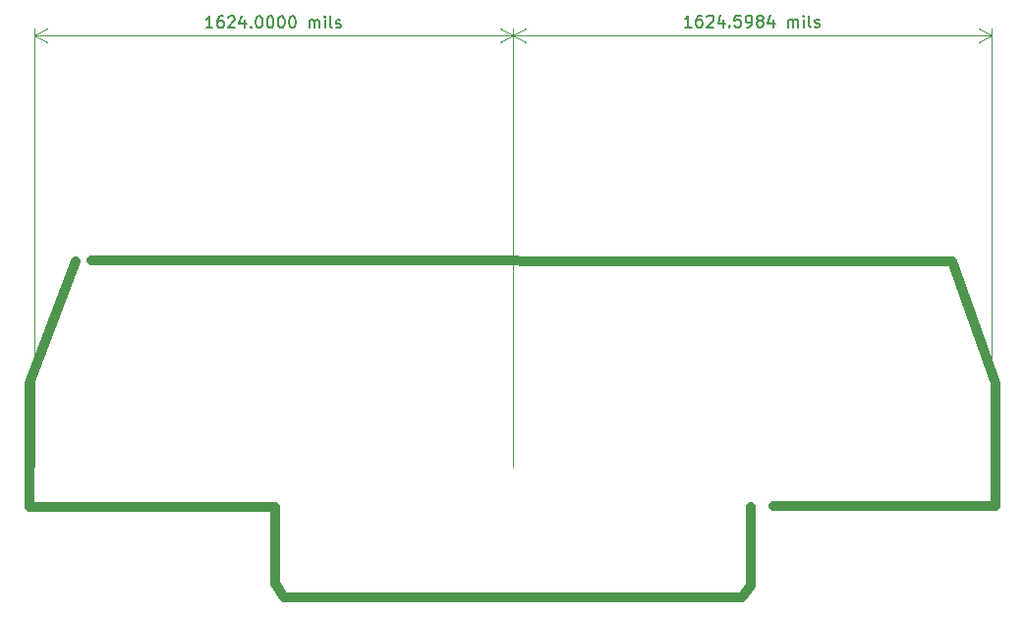
<source format=gbr>
%TF.GenerationSoftware,KiCad,Pcbnew,7.0.11-7.0.11~ubuntu22.04.1*%
%TF.CreationDate,2024-10-06T05:31:22-04:00*%
%TF.ProjectId,right_angle,72696768-745f-4616-9e67-6c652e6b6963,DEV*%
%TF.SameCoordinates,Original*%
%TF.FileFunction,Other,User*%
%FSLAX46Y46*%
G04 Gerber Fmt 4.6, Leading zero omitted, Abs format (unit mm)*
G04 Created by KiCad (PCBNEW 7.0.11-7.0.11~ubuntu22.04.1) date 2024-10-06 05:31:22*
%MOMM*%
%LPD*%
G01*
G04 APERTURE LIST*
%ADD10C,0.815975*%
%ADD11C,0.150000*%
%ADD12C,0.100000*%
G04 APERTURE END LIST*
D10*
X84836000Y-139508800D02*
X84836000Y-128917000D01*
X105994200Y-146138200D02*
X105994200Y-139508800D01*
X146278600Y-147357400D02*
X106756200Y-147357400D01*
X106756200Y-147357400D02*
X105994200Y-146138200D01*
X90170000Y-118325200D02*
X164338000Y-118350600D01*
X164338000Y-118350600D02*
X168071800Y-128891600D01*
X146989800Y-139508800D02*
X146989800Y-146341400D01*
X168071800Y-128891600D02*
X168071800Y-139458000D01*
X146989800Y-146341400D02*
X146278600Y-147357400D01*
X168071800Y-139458000D02*
X148945600Y-139458000D01*
X105994200Y-139508800D02*
X84836000Y-139508800D01*
X84836000Y-128917000D02*
X88823800Y-118350600D01*
D11*
X141896504Y-98199019D02*
X141325076Y-98199019D01*
X141610790Y-98199019D02*
X141610790Y-97199019D01*
X141610790Y-97199019D02*
X141515552Y-97341876D01*
X141515552Y-97341876D02*
X141420314Y-97437114D01*
X141420314Y-97437114D02*
X141325076Y-97484733D01*
X142753647Y-97199019D02*
X142563171Y-97199019D01*
X142563171Y-97199019D02*
X142467933Y-97246638D01*
X142467933Y-97246638D02*
X142420314Y-97294257D01*
X142420314Y-97294257D02*
X142325076Y-97437114D01*
X142325076Y-97437114D02*
X142277457Y-97627590D01*
X142277457Y-97627590D02*
X142277457Y-98008542D01*
X142277457Y-98008542D02*
X142325076Y-98103780D01*
X142325076Y-98103780D02*
X142372695Y-98151400D01*
X142372695Y-98151400D02*
X142467933Y-98199019D01*
X142467933Y-98199019D02*
X142658409Y-98199019D01*
X142658409Y-98199019D02*
X142753647Y-98151400D01*
X142753647Y-98151400D02*
X142801266Y-98103780D01*
X142801266Y-98103780D02*
X142848885Y-98008542D01*
X142848885Y-98008542D02*
X142848885Y-97770447D01*
X142848885Y-97770447D02*
X142801266Y-97675209D01*
X142801266Y-97675209D02*
X142753647Y-97627590D01*
X142753647Y-97627590D02*
X142658409Y-97579971D01*
X142658409Y-97579971D02*
X142467933Y-97579971D01*
X142467933Y-97579971D02*
X142372695Y-97627590D01*
X142372695Y-97627590D02*
X142325076Y-97675209D01*
X142325076Y-97675209D02*
X142277457Y-97770447D01*
X143229838Y-97294257D02*
X143277457Y-97246638D01*
X143277457Y-97246638D02*
X143372695Y-97199019D01*
X143372695Y-97199019D02*
X143610790Y-97199019D01*
X143610790Y-97199019D02*
X143706028Y-97246638D01*
X143706028Y-97246638D02*
X143753647Y-97294257D01*
X143753647Y-97294257D02*
X143801266Y-97389495D01*
X143801266Y-97389495D02*
X143801266Y-97484733D01*
X143801266Y-97484733D02*
X143753647Y-97627590D01*
X143753647Y-97627590D02*
X143182219Y-98199019D01*
X143182219Y-98199019D02*
X143801266Y-98199019D01*
X144658409Y-97532352D02*
X144658409Y-98199019D01*
X144420314Y-97151400D02*
X144182219Y-97865685D01*
X144182219Y-97865685D02*
X144801266Y-97865685D01*
X145182219Y-98103780D02*
X145229838Y-98151400D01*
X145229838Y-98151400D02*
X145182219Y-98199019D01*
X145182219Y-98199019D02*
X145134600Y-98151400D01*
X145134600Y-98151400D02*
X145182219Y-98103780D01*
X145182219Y-98103780D02*
X145182219Y-98199019D01*
X146134599Y-97199019D02*
X145658409Y-97199019D01*
X145658409Y-97199019D02*
X145610790Y-97675209D01*
X145610790Y-97675209D02*
X145658409Y-97627590D01*
X145658409Y-97627590D02*
X145753647Y-97579971D01*
X145753647Y-97579971D02*
X145991742Y-97579971D01*
X145991742Y-97579971D02*
X146086980Y-97627590D01*
X146086980Y-97627590D02*
X146134599Y-97675209D01*
X146134599Y-97675209D02*
X146182218Y-97770447D01*
X146182218Y-97770447D02*
X146182218Y-98008542D01*
X146182218Y-98008542D02*
X146134599Y-98103780D01*
X146134599Y-98103780D02*
X146086980Y-98151400D01*
X146086980Y-98151400D02*
X145991742Y-98199019D01*
X145991742Y-98199019D02*
X145753647Y-98199019D01*
X145753647Y-98199019D02*
X145658409Y-98151400D01*
X145658409Y-98151400D02*
X145610790Y-98103780D01*
X146658409Y-98199019D02*
X146848885Y-98199019D01*
X146848885Y-98199019D02*
X146944123Y-98151400D01*
X146944123Y-98151400D02*
X146991742Y-98103780D01*
X146991742Y-98103780D02*
X147086980Y-97960923D01*
X147086980Y-97960923D02*
X147134599Y-97770447D01*
X147134599Y-97770447D02*
X147134599Y-97389495D01*
X147134599Y-97389495D02*
X147086980Y-97294257D01*
X147086980Y-97294257D02*
X147039361Y-97246638D01*
X147039361Y-97246638D02*
X146944123Y-97199019D01*
X146944123Y-97199019D02*
X146753647Y-97199019D01*
X146753647Y-97199019D02*
X146658409Y-97246638D01*
X146658409Y-97246638D02*
X146610790Y-97294257D01*
X146610790Y-97294257D02*
X146563171Y-97389495D01*
X146563171Y-97389495D02*
X146563171Y-97627590D01*
X146563171Y-97627590D02*
X146610790Y-97722828D01*
X146610790Y-97722828D02*
X146658409Y-97770447D01*
X146658409Y-97770447D02*
X146753647Y-97818066D01*
X146753647Y-97818066D02*
X146944123Y-97818066D01*
X146944123Y-97818066D02*
X147039361Y-97770447D01*
X147039361Y-97770447D02*
X147086980Y-97722828D01*
X147086980Y-97722828D02*
X147134599Y-97627590D01*
X147706028Y-97627590D02*
X147610790Y-97579971D01*
X147610790Y-97579971D02*
X147563171Y-97532352D01*
X147563171Y-97532352D02*
X147515552Y-97437114D01*
X147515552Y-97437114D02*
X147515552Y-97389495D01*
X147515552Y-97389495D02*
X147563171Y-97294257D01*
X147563171Y-97294257D02*
X147610790Y-97246638D01*
X147610790Y-97246638D02*
X147706028Y-97199019D01*
X147706028Y-97199019D02*
X147896504Y-97199019D01*
X147896504Y-97199019D02*
X147991742Y-97246638D01*
X147991742Y-97246638D02*
X148039361Y-97294257D01*
X148039361Y-97294257D02*
X148086980Y-97389495D01*
X148086980Y-97389495D02*
X148086980Y-97437114D01*
X148086980Y-97437114D02*
X148039361Y-97532352D01*
X148039361Y-97532352D02*
X147991742Y-97579971D01*
X147991742Y-97579971D02*
X147896504Y-97627590D01*
X147896504Y-97627590D02*
X147706028Y-97627590D01*
X147706028Y-97627590D02*
X147610790Y-97675209D01*
X147610790Y-97675209D02*
X147563171Y-97722828D01*
X147563171Y-97722828D02*
X147515552Y-97818066D01*
X147515552Y-97818066D02*
X147515552Y-98008542D01*
X147515552Y-98008542D02*
X147563171Y-98103780D01*
X147563171Y-98103780D02*
X147610790Y-98151400D01*
X147610790Y-98151400D02*
X147706028Y-98199019D01*
X147706028Y-98199019D02*
X147896504Y-98199019D01*
X147896504Y-98199019D02*
X147991742Y-98151400D01*
X147991742Y-98151400D02*
X148039361Y-98103780D01*
X148039361Y-98103780D02*
X148086980Y-98008542D01*
X148086980Y-98008542D02*
X148086980Y-97818066D01*
X148086980Y-97818066D02*
X148039361Y-97722828D01*
X148039361Y-97722828D02*
X147991742Y-97675209D01*
X147991742Y-97675209D02*
X147896504Y-97627590D01*
X148944123Y-97532352D02*
X148944123Y-98199019D01*
X148706028Y-97151400D02*
X148467933Y-97865685D01*
X148467933Y-97865685D02*
X149086980Y-97865685D01*
X150229838Y-98199019D02*
X150229838Y-97532352D01*
X150229838Y-97627590D02*
X150277457Y-97579971D01*
X150277457Y-97579971D02*
X150372695Y-97532352D01*
X150372695Y-97532352D02*
X150515552Y-97532352D01*
X150515552Y-97532352D02*
X150610790Y-97579971D01*
X150610790Y-97579971D02*
X150658409Y-97675209D01*
X150658409Y-97675209D02*
X150658409Y-98199019D01*
X150658409Y-97675209D02*
X150706028Y-97579971D01*
X150706028Y-97579971D02*
X150801266Y-97532352D01*
X150801266Y-97532352D02*
X150944123Y-97532352D01*
X150944123Y-97532352D02*
X151039362Y-97579971D01*
X151039362Y-97579971D02*
X151086981Y-97675209D01*
X151086981Y-97675209D02*
X151086981Y-98199019D01*
X151563171Y-98199019D02*
X151563171Y-97532352D01*
X151563171Y-97199019D02*
X151515552Y-97246638D01*
X151515552Y-97246638D02*
X151563171Y-97294257D01*
X151563171Y-97294257D02*
X151610790Y-97246638D01*
X151610790Y-97246638D02*
X151563171Y-97199019D01*
X151563171Y-97199019D02*
X151563171Y-97294257D01*
X152182218Y-98199019D02*
X152086980Y-98151400D01*
X152086980Y-98151400D02*
X152039361Y-98056161D01*
X152039361Y-98056161D02*
X152039361Y-97199019D01*
X152515552Y-98151400D02*
X152610790Y-98199019D01*
X152610790Y-98199019D02*
X152801266Y-98199019D01*
X152801266Y-98199019D02*
X152896504Y-98151400D01*
X152896504Y-98151400D02*
X152944123Y-98056161D01*
X152944123Y-98056161D02*
X152944123Y-98008542D01*
X152944123Y-98008542D02*
X152896504Y-97913304D01*
X152896504Y-97913304D02*
X152801266Y-97865685D01*
X152801266Y-97865685D02*
X152658409Y-97865685D01*
X152658409Y-97865685D02*
X152563171Y-97818066D01*
X152563171Y-97818066D02*
X152515552Y-97722828D01*
X152515552Y-97722828D02*
X152515552Y-97675209D01*
X152515552Y-97675209D02*
X152563171Y-97579971D01*
X152563171Y-97579971D02*
X152658409Y-97532352D01*
X152658409Y-97532352D02*
X152801266Y-97532352D01*
X152801266Y-97532352D02*
X152896504Y-97579971D01*
D12*
X126502200Y-136037000D02*
X126502200Y-98307780D01*
X167767000Y-136037000D02*
X167767000Y-98307780D01*
X126502200Y-98894200D02*
X167767000Y-98894200D01*
X126502200Y-98894200D02*
X167767000Y-98894200D01*
X126502200Y-98894200D02*
X127628704Y-98307779D01*
X126502200Y-98894200D02*
X127628704Y-99480621D01*
X167767000Y-98894200D02*
X166640496Y-99480621D01*
X167767000Y-98894200D02*
X166640496Y-98307779D01*
D11*
X100654504Y-98249819D02*
X100083076Y-98249819D01*
X100368790Y-98249819D02*
X100368790Y-97249819D01*
X100368790Y-97249819D02*
X100273552Y-97392676D01*
X100273552Y-97392676D02*
X100178314Y-97487914D01*
X100178314Y-97487914D02*
X100083076Y-97535533D01*
X101511647Y-97249819D02*
X101321171Y-97249819D01*
X101321171Y-97249819D02*
X101225933Y-97297438D01*
X101225933Y-97297438D02*
X101178314Y-97345057D01*
X101178314Y-97345057D02*
X101083076Y-97487914D01*
X101083076Y-97487914D02*
X101035457Y-97678390D01*
X101035457Y-97678390D02*
X101035457Y-98059342D01*
X101035457Y-98059342D02*
X101083076Y-98154580D01*
X101083076Y-98154580D02*
X101130695Y-98202200D01*
X101130695Y-98202200D02*
X101225933Y-98249819D01*
X101225933Y-98249819D02*
X101416409Y-98249819D01*
X101416409Y-98249819D02*
X101511647Y-98202200D01*
X101511647Y-98202200D02*
X101559266Y-98154580D01*
X101559266Y-98154580D02*
X101606885Y-98059342D01*
X101606885Y-98059342D02*
X101606885Y-97821247D01*
X101606885Y-97821247D02*
X101559266Y-97726009D01*
X101559266Y-97726009D02*
X101511647Y-97678390D01*
X101511647Y-97678390D02*
X101416409Y-97630771D01*
X101416409Y-97630771D02*
X101225933Y-97630771D01*
X101225933Y-97630771D02*
X101130695Y-97678390D01*
X101130695Y-97678390D02*
X101083076Y-97726009D01*
X101083076Y-97726009D02*
X101035457Y-97821247D01*
X101987838Y-97345057D02*
X102035457Y-97297438D01*
X102035457Y-97297438D02*
X102130695Y-97249819D01*
X102130695Y-97249819D02*
X102368790Y-97249819D01*
X102368790Y-97249819D02*
X102464028Y-97297438D01*
X102464028Y-97297438D02*
X102511647Y-97345057D01*
X102511647Y-97345057D02*
X102559266Y-97440295D01*
X102559266Y-97440295D02*
X102559266Y-97535533D01*
X102559266Y-97535533D02*
X102511647Y-97678390D01*
X102511647Y-97678390D02*
X101940219Y-98249819D01*
X101940219Y-98249819D02*
X102559266Y-98249819D01*
X103416409Y-97583152D02*
X103416409Y-98249819D01*
X103178314Y-97202200D02*
X102940219Y-97916485D01*
X102940219Y-97916485D02*
X103559266Y-97916485D01*
X103940219Y-98154580D02*
X103987838Y-98202200D01*
X103987838Y-98202200D02*
X103940219Y-98249819D01*
X103940219Y-98249819D02*
X103892600Y-98202200D01*
X103892600Y-98202200D02*
X103940219Y-98154580D01*
X103940219Y-98154580D02*
X103940219Y-98249819D01*
X104606885Y-97249819D02*
X104702123Y-97249819D01*
X104702123Y-97249819D02*
X104797361Y-97297438D01*
X104797361Y-97297438D02*
X104844980Y-97345057D01*
X104844980Y-97345057D02*
X104892599Y-97440295D01*
X104892599Y-97440295D02*
X104940218Y-97630771D01*
X104940218Y-97630771D02*
X104940218Y-97868866D01*
X104940218Y-97868866D02*
X104892599Y-98059342D01*
X104892599Y-98059342D02*
X104844980Y-98154580D01*
X104844980Y-98154580D02*
X104797361Y-98202200D01*
X104797361Y-98202200D02*
X104702123Y-98249819D01*
X104702123Y-98249819D02*
X104606885Y-98249819D01*
X104606885Y-98249819D02*
X104511647Y-98202200D01*
X104511647Y-98202200D02*
X104464028Y-98154580D01*
X104464028Y-98154580D02*
X104416409Y-98059342D01*
X104416409Y-98059342D02*
X104368790Y-97868866D01*
X104368790Y-97868866D02*
X104368790Y-97630771D01*
X104368790Y-97630771D02*
X104416409Y-97440295D01*
X104416409Y-97440295D02*
X104464028Y-97345057D01*
X104464028Y-97345057D02*
X104511647Y-97297438D01*
X104511647Y-97297438D02*
X104606885Y-97249819D01*
X105559266Y-97249819D02*
X105654504Y-97249819D01*
X105654504Y-97249819D02*
X105749742Y-97297438D01*
X105749742Y-97297438D02*
X105797361Y-97345057D01*
X105797361Y-97345057D02*
X105844980Y-97440295D01*
X105844980Y-97440295D02*
X105892599Y-97630771D01*
X105892599Y-97630771D02*
X105892599Y-97868866D01*
X105892599Y-97868866D02*
X105844980Y-98059342D01*
X105844980Y-98059342D02*
X105797361Y-98154580D01*
X105797361Y-98154580D02*
X105749742Y-98202200D01*
X105749742Y-98202200D02*
X105654504Y-98249819D01*
X105654504Y-98249819D02*
X105559266Y-98249819D01*
X105559266Y-98249819D02*
X105464028Y-98202200D01*
X105464028Y-98202200D02*
X105416409Y-98154580D01*
X105416409Y-98154580D02*
X105368790Y-98059342D01*
X105368790Y-98059342D02*
X105321171Y-97868866D01*
X105321171Y-97868866D02*
X105321171Y-97630771D01*
X105321171Y-97630771D02*
X105368790Y-97440295D01*
X105368790Y-97440295D02*
X105416409Y-97345057D01*
X105416409Y-97345057D02*
X105464028Y-97297438D01*
X105464028Y-97297438D02*
X105559266Y-97249819D01*
X106511647Y-97249819D02*
X106606885Y-97249819D01*
X106606885Y-97249819D02*
X106702123Y-97297438D01*
X106702123Y-97297438D02*
X106749742Y-97345057D01*
X106749742Y-97345057D02*
X106797361Y-97440295D01*
X106797361Y-97440295D02*
X106844980Y-97630771D01*
X106844980Y-97630771D02*
X106844980Y-97868866D01*
X106844980Y-97868866D02*
X106797361Y-98059342D01*
X106797361Y-98059342D02*
X106749742Y-98154580D01*
X106749742Y-98154580D02*
X106702123Y-98202200D01*
X106702123Y-98202200D02*
X106606885Y-98249819D01*
X106606885Y-98249819D02*
X106511647Y-98249819D01*
X106511647Y-98249819D02*
X106416409Y-98202200D01*
X106416409Y-98202200D02*
X106368790Y-98154580D01*
X106368790Y-98154580D02*
X106321171Y-98059342D01*
X106321171Y-98059342D02*
X106273552Y-97868866D01*
X106273552Y-97868866D02*
X106273552Y-97630771D01*
X106273552Y-97630771D02*
X106321171Y-97440295D01*
X106321171Y-97440295D02*
X106368790Y-97345057D01*
X106368790Y-97345057D02*
X106416409Y-97297438D01*
X106416409Y-97297438D02*
X106511647Y-97249819D01*
X107464028Y-97249819D02*
X107559266Y-97249819D01*
X107559266Y-97249819D02*
X107654504Y-97297438D01*
X107654504Y-97297438D02*
X107702123Y-97345057D01*
X107702123Y-97345057D02*
X107749742Y-97440295D01*
X107749742Y-97440295D02*
X107797361Y-97630771D01*
X107797361Y-97630771D02*
X107797361Y-97868866D01*
X107797361Y-97868866D02*
X107749742Y-98059342D01*
X107749742Y-98059342D02*
X107702123Y-98154580D01*
X107702123Y-98154580D02*
X107654504Y-98202200D01*
X107654504Y-98202200D02*
X107559266Y-98249819D01*
X107559266Y-98249819D02*
X107464028Y-98249819D01*
X107464028Y-98249819D02*
X107368790Y-98202200D01*
X107368790Y-98202200D02*
X107321171Y-98154580D01*
X107321171Y-98154580D02*
X107273552Y-98059342D01*
X107273552Y-98059342D02*
X107225933Y-97868866D01*
X107225933Y-97868866D02*
X107225933Y-97630771D01*
X107225933Y-97630771D02*
X107273552Y-97440295D01*
X107273552Y-97440295D02*
X107321171Y-97345057D01*
X107321171Y-97345057D02*
X107368790Y-97297438D01*
X107368790Y-97297438D02*
X107464028Y-97249819D01*
X108987838Y-98249819D02*
X108987838Y-97583152D01*
X108987838Y-97678390D02*
X109035457Y-97630771D01*
X109035457Y-97630771D02*
X109130695Y-97583152D01*
X109130695Y-97583152D02*
X109273552Y-97583152D01*
X109273552Y-97583152D02*
X109368790Y-97630771D01*
X109368790Y-97630771D02*
X109416409Y-97726009D01*
X109416409Y-97726009D02*
X109416409Y-98249819D01*
X109416409Y-97726009D02*
X109464028Y-97630771D01*
X109464028Y-97630771D02*
X109559266Y-97583152D01*
X109559266Y-97583152D02*
X109702123Y-97583152D01*
X109702123Y-97583152D02*
X109797362Y-97630771D01*
X109797362Y-97630771D02*
X109844981Y-97726009D01*
X109844981Y-97726009D02*
X109844981Y-98249819D01*
X110321171Y-98249819D02*
X110321171Y-97583152D01*
X110321171Y-97249819D02*
X110273552Y-97297438D01*
X110273552Y-97297438D02*
X110321171Y-97345057D01*
X110321171Y-97345057D02*
X110368790Y-97297438D01*
X110368790Y-97297438D02*
X110321171Y-97249819D01*
X110321171Y-97249819D02*
X110321171Y-97345057D01*
X110940218Y-98249819D02*
X110844980Y-98202200D01*
X110844980Y-98202200D02*
X110797361Y-98106961D01*
X110797361Y-98106961D02*
X110797361Y-97249819D01*
X111273552Y-98202200D02*
X111368790Y-98249819D01*
X111368790Y-98249819D02*
X111559266Y-98249819D01*
X111559266Y-98249819D02*
X111654504Y-98202200D01*
X111654504Y-98202200D02*
X111702123Y-98106961D01*
X111702123Y-98106961D02*
X111702123Y-98059342D01*
X111702123Y-98059342D02*
X111654504Y-97964104D01*
X111654504Y-97964104D02*
X111559266Y-97916485D01*
X111559266Y-97916485D02*
X111416409Y-97916485D01*
X111416409Y-97916485D02*
X111321171Y-97868866D01*
X111321171Y-97868866D02*
X111273552Y-97773628D01*
X111273552Y-97773628D02*
X111273552Y-97726009D01*
X111273552Y-97726009D02*
X111321171Y-97630771D01*
X111321171Y-97630771D02*
X111416409Y-97583152D01*
X111416409Y-97583152D02*
X111559266Y-97583152D01*
X111559266Y-97583152D02*
X111654504Y-97630771D01*
D12*
X126517400Y-136062400D02*
X126517400Y-98358580D01*
X85267800Y-136062400D02*
X85267800Y-98358580D01*
X126517400Y-98945000D02*
X85267800Y-98945000D01*
X126517400Y-98945000D02*
X85267800Y-98945000D01*
X126517400Y-98945000D02*
X125390896Y-99531421D01*
X126517400Y-98945000D02*
X125390896Y-98358579D01*
X85267800Y-98945000D02*
X86394304Y-98358579D01*
X85267800Y-98945000D02*
X86394304Y-99531421D01*
M02*

</source>
